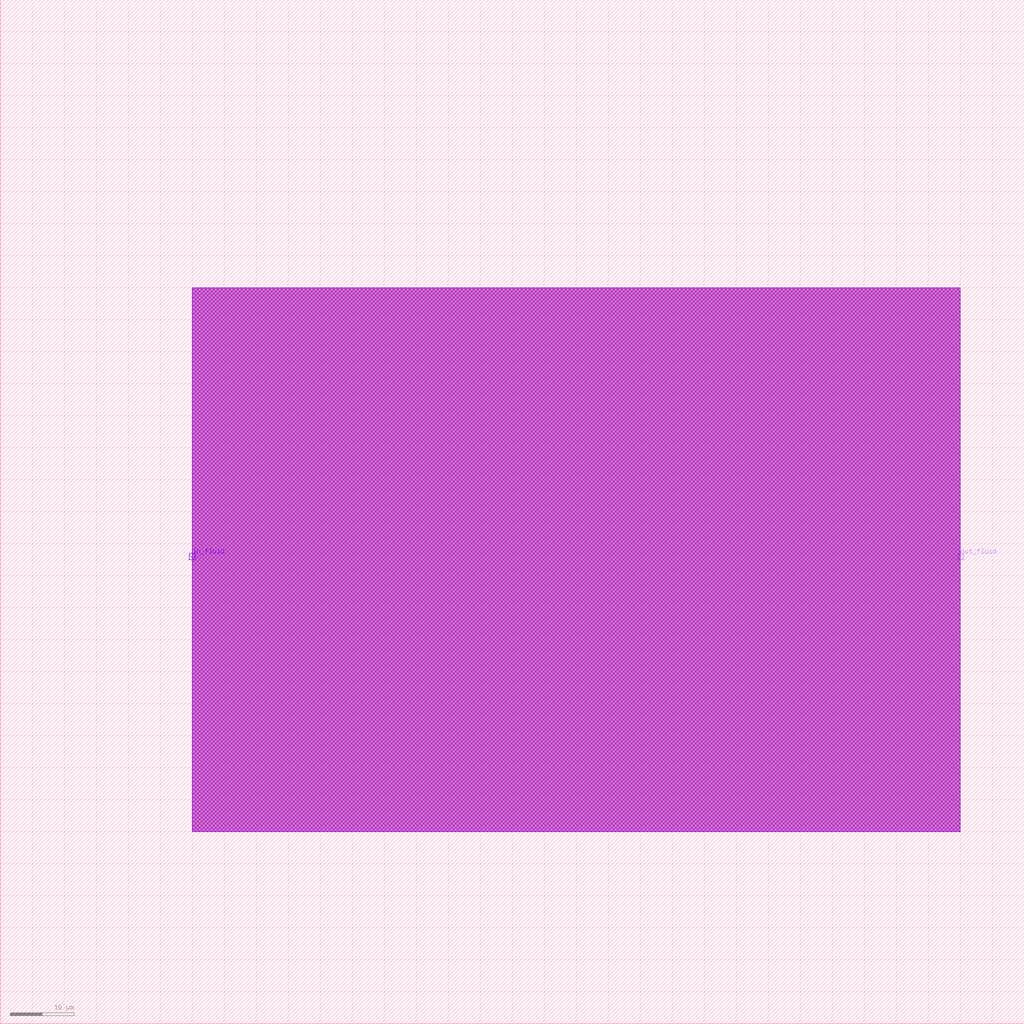
<source format=lef>

MACRO directional_res_800nl
  CLASS CORE ;
  ORIGIN  0 0 ;
  FOREIGN directional_res_800nl 0 0 ;
  SIZE 160 BY 160 ;
  SYMMETRY X Y ;
  SITE CoreSite ;
  PIN in_fluid
    DIRECTION INPUT ;
    USE SIGNAL ;
    PORT
      LAYER met8 ;
        RECT 29.5 72.5 30.5 73.5 ;
    END
  END in_fluid
  PIN out_fluid
    DIRECTION OUTPUT ;
    USE SIGNAL ;
    PORT
      LAYER met1 ;
        RECT 149.5 72.5 150.5 73.5 ;
    END
  END out_fluid
  OBS
    LAYER met1 ;
      RECT 30 30 150 115 ;
    LAYER met2 ;
      RECT 30 30 150 115 ;
    LAYER met3 ;
      RECT 30 30 150 115 ;
    LAYER met4 ;
      RECT 30 30 150 115 ;
    LAYER met5 ;
      RECT 30 30 150 115 ;
    LAYER met6 ;
      RECT 30 30 150 115 ;
    LAYER met7 ;
      RECT 30 30 150 115 ;
    LAYER met8 ;
      RECT 30 30 150 115 ;
  END
  PROPERTY CatenaDesignType "deviceLevel" ;
END directional_res_800nl

</source>
